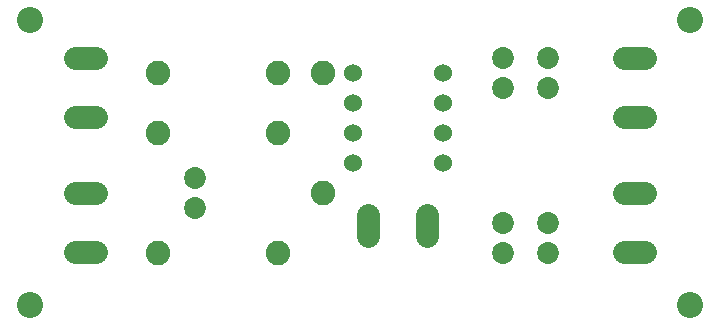
<source format=gbs>
G75*
%MOIN*%
%OFA0B0*%
%FSLAX24Y24*%
%IPPOS*%
%LPD*%
%AMOC8*
5,1,8,0,0,1.08239X$1,22.5*
%
%ADD10C,0.0867*%
%ADD11C,0.0600*%
%ADD12C,0.0820*%
%ADD13C,0.0730*%
%ADD14C,0.0780*%
D10*
X005583Y004250D03*
X005583Y013750D03*
X027583Y013750D03*
X027583Y004250D03*
D11*
X019333Y009000D03*
X019333Y010000D03*
X019333Y011000D03*
X019333Y012000D03*
X016333Y012000D03*
X016333Y011000D03*
X016333Y010000D03*
X016333Y009000D03*
D12*
X015333Y008000D03*
X013833Y006000D03*
X009833Y006000D03*
X009833Y010000D03*
X013833Y010000D03*
X013833Y012000D03*
X015333Y012000D03*
X009833Y012000D03*
D13*
X011083Y008500D03*
X011083Y007500D03*
X021333Y007000D03*
X022833Y007000D03*
X022833Y006000D03*
X021333Y006000D03*
X021333Y011500D03*
X022833Y011500D03*
X022833Y012500D03*
X021333Y012500D03*
D14*
X025377Y012484D02*
X026077Y012484D01*
X026077Y010516D02*
X025377Y010516D01*
X025377Y007984D02*
X026077Y007984D01*
X026077Y006016D02*
X025377Y006016D01*
X018818Y006544D02*
X018818Y007244D01*
X016849Y007244D02*
X016849Y006544D01*
X007790Y006016D02*
X007090Y006016D01*
X007090Y007984D02*
X007790Y007984D01*
X007790Y010516D02*
X007090Y010516D01*
X007090Y012484D02*
X007790Y012484D01*
M02*

</source>
